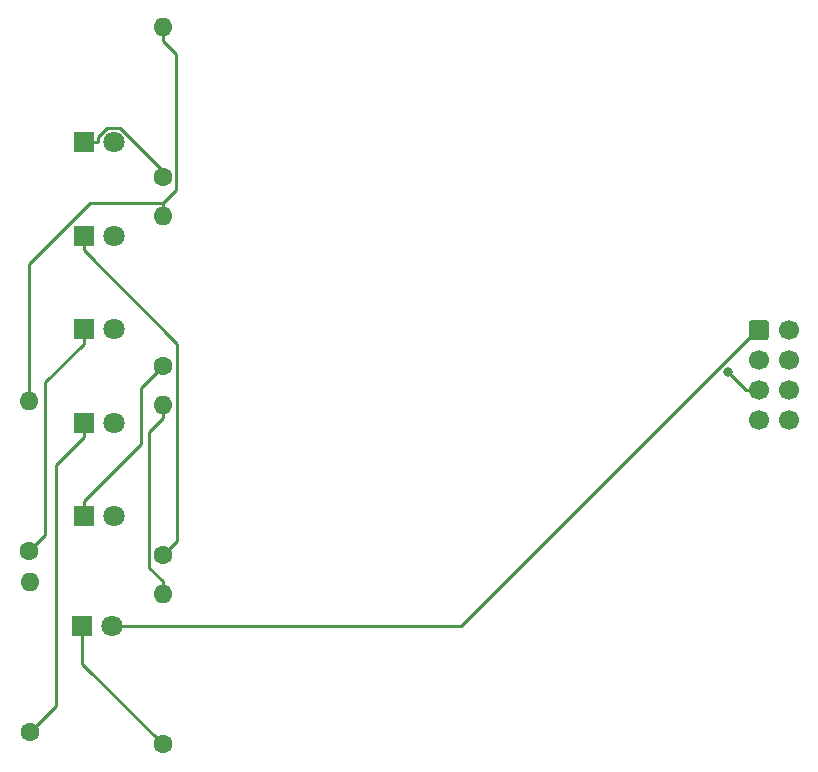
<source format=gbr>
%TF.GenerationSoftware,KiCad,Pcbnew,(5.1.12)-1*%
%TF.CreationDate,2022-04-29T07:41:31-07:00*%
%TF.ProjectId,LED_BOARD_V1,4c45445f-424f-4415-9244-5f56312e6b69,rev?*%
%TF.SameCoordinates,Original*%
%TF.FileFunction,Copper,L2,Bot*%
%TF.FilePolarity,Positive*%
%FSLAX46Y46*%
G04 Gerber Fmt 4.6, Leading zero omitted, Abs format (unit mm)*
G04 Created by KiCad (PCBNEW (5.1.12)-1) date 2022-04-29 07:41:31*
%MOMM*%
%LPD*%
G01*
G04 APERTURE LIST*
%TA.AperFunction,ComponentPad*%
%ADD10O,1.600000X1.600000*%
%TD*%
%TA.AperFunction,ComponentPad*%
%ADD11C,1.600000*%
%TD*%
%TA.AperFunction,ComponentPad*%
%ADD12C,1.700000*%
%TD*%
%TA.AperFunction,ComponentPad*%
%ADD13C,1.800000*%
%TD*%
%TA.AperFunction,ComponentPad*%
%ADD14R,1.800000X1.800000*%
%TD*%
%TA.AperFunction,ViaPad*%
%ADD15C,0.800000*%
%TD*%
%TA.AperFunction,Conductor*%
%ADD16C,0.250000*%
%TD*%
G04 APERTURE END LIST*
D10*
%TO.P,R6,2*%
%TO.N,GND*%
X160740000Y-94350000D03*
D11*
%TO.P,R6,1*%
%TO.N,Net-(D6-Pad1)*%
X160740000Y-107050000D03*
%TD*%
D10*
%TO.P,R5,2*%
%TO.N,GND*%
X149410000Y-94020000D03*
D11*
%TO.P,R5,1*%
%TO.N,Net-(D5-Pad1)*%
X149410000Y-106720000D03*
%TD*%
D10*
%TO.P,R4,2*%
%TO.N,GND*%
X160740000Y-78350000D03*
D11*
%TO.P,R4,1*%
%TO.N,Net-(D4-Pad1)*%
X160740000Y-91050000D03*
%TD*%
D10*
%TO.P,R3,2*%
%TO.N,GND*%
X149540000Y-109280000D03*
D11*
%TO.P,R3,1*%
%TO.N,Net-(D3-Pad1)*%
X149540000Y-121980000D03*
%TD*%
D10*
%TO.P,R2,2*%
%TO.N,GND*%
X160740000Y-62350000D03*
D11*
%TO.P,R2,1*%
%TO.N,Net-(D2-Pad1)*%
X160740000Y-75050000D03*
%TD*%
D10*
%TO.P,R1,2*%
%TO.N,GND*%
X160740000Y-110350000D03*
D11*
%TO.P,R1,1*%
%TO.N,Net-(D1-Pad1)*%
X160740000Y-123050000D03*
%TD*%
D12*
%TO.P,J1,8*%
%TO.N,N/C*%
X213740000Y-95620000D03*
%TO.P,J1,6*%
%TO.N,LED6*%
X213740000Y-93080000D03*
%TO.P,J1,4*%
%TO.N,LED4*%
X213740000Y-90540000D03*
%TO.P,J1,2*%
%TO.N,LED2*%
X213740000Y-88000000D03*
%TO.P,J1,7*%
%TO.N,GND*%
X211200000Y-95620000D03*
%TO.P,J1,5*%
%TO.N,LED5*%
X211200000Y-93080000D03*
%TO.P,J1,3*%
%TO.N,LED3*%
X211200000Y-90540000D03*
%TO.P,J1,1*%
%TO.N,LED1*%
%TA.AperFunction,ComponentPad*%
G36*
G01*
X210350000Y-88600000D02*
X210350000Y-87400000D01*
G75*
G02*
X210600000Y-87150000I250000J0D01*
G01*
X211800000Y-87150000D01*
G75*
G02*
X212050000Y-87400000I0J-250000D01*
G01*
X212050000Y-88600000D01*
G75*
G02*
X211800000Y-88850000I-250000J0D01*
G01*
X210600000Y-88850000D01*
G75*
G02*
X210350000Y-88600000I0J250000D01*
G01*
G37*
%TD.AperFunction*%
%TD*%
D13*
%TO.P,D6,2*%
%TO.N,LED6*%
X156580000Y-80015000D03*
D14*
%TO.P,D6,1*%
%TO.N,Net-(D6-Pad1)*%
X154040000Y-80015000D03*
%TD*%
D13*
%TO.P,D5,2*%
%TO.N,LED5*%
X156580000Y-87920000D03*
D14*
%TO.P,D5,1*%
%TO.N,Net-(D5-Pad1)*%
X154040000Y-87920000D03*
%TD*%
D13*
%TO.P,D4,2*%
%TO.N,LED4*%
X156580000Y-103730000D03*
D14*
%TO.P,D4,1*%
%TO.N,Net-(D4-Pad1)*%
X154040000Y-103730000D03*
%TD*%
D13*
%TO.P,D3,2*%
%TO.N,LED3*%
X156580000Y-95825000D03*
D14*
%TO.P,D3,1*%
%TO.N,Net-(D3-Pad1)*%
X154040000Y-95825000D03*
%TD*%
D13*
%TO.P,D2,2*%
%TO.N,LED2*%
X156580000Y-72110000D03*
D14*
%TO.P,D2,1*%
%TO.N,Net-(D2-Pad1)*%
X154040000Y-72110000D03*
%TD*%
D13*
%TO.P,D1,2*%
%TO.N,LED1*%
X156480000Y-113080000D03*
D14*
%TO.P,D1,1*%
%TO.N,Net-(D1-Pad1)*%
X153940000Y-113080000D03*
%TD*%
D15*
%TO.N,LED5*%
X208564800Y-91549600D03*
%TD*%
D16*
%TO.N,LED1*%
X211200000Y-88000000D02*
X211088700Y-88000000D01*
X211088700Y-88000000D02*
X186008700Y-113080000D01*
X186008700Y-113080000D02*
X156480000Y-113080000D01*
%TO.N,Net-(D1-Pad1)*%
X153940000Y-113080000D02*
X153940000Y-116250000D01*
X153940000Y-116250000D02*
X160740000Y-123050000D01*
%TO.N,Net-(D2-Pad1)*%
X154040000Y-72110000D02*
X155265300Y-72110000D01*
X155265300Y-72110000D02*
X155265300Y-71650500D01*
X155265300Y-71650500D02*
X156039700Y-70876100D01*
X156039700Y-70876100D02*
X157107100Y-70876100D01*
X157107100Y-70876100D02*
X160740000Y-74509000D01*
X160740000Y-74509000D02*
X160740000Y-75050000D01*
%TO.N,Net-(D3-Pad1)*%
X149540000Y-121980000D02*
X151688300Y-119831700D01*
X151688300Y-119831700D02*
X151688300Y-99402000D01*
X151688300Y-99402000D02*
X154040000Y-97050300D01*
X154040000Y-95825000D02*
X154040000Y-97050300D01*
%TO.N,Net-(D4-Pad1)*%
X154040000Y-103730000D02*
X154040000Y-102504700D01*
X154040000Y-102504700D02*
X158898800Y-97645900D01*
X158898800Y-97645900D02*
X158898800Y-92891200D01*
X158898800Y-92891200D02*
X160740000Y-91050000D01*
%TO.N,LED5*%
X211200000Y-93080000D02*
X210095200Y-93080000D01*
X210095200Y-93080000D02*
X208564800Y-91549600D01*
%TO.N,Net-(D5-Pad1)*%
X154040000Y-87920000D02*
X154040000Y-89145300D01*
X154040000Y-89145300D02*
X150787600Y-92397700D01*
X150787600Y-92397700D02*
X150787600Y-105342400D01*
X150787600Y-105342400D02*
X149410000Y-106720000D01*
%TO.N,Net-(D6-Pad1)*%
X154040000Y-80015000D02*
X154040000Y-81240300D01*
X154040000Y-81240300D02*
X161929000Y-89129300D01*
X161929000Y-89129300D02*
X161929000Y-105861000D01*
X161929000Y-105861000D02*
X160740000Y-107050000D01*
%TO.N,GND*%
X149410000Y-94020000D02*
X149410000Y-82384200D01*
X149410000Y-82384200D02*
X154569500Y-77224700D01*
X154569500Y-77224700D02*
X160740000Y-77224700D01*
X160740000Y-94912600D02*
X160740000Y-94350000D01*
X160740000Y-94912600D02*
X160740000Y-95475300D01*
X160740000Y-77809700D02*
X160740000Y-78350000D01*
X160740000Y-77809700D02*
X160740000Y-77224700D01*
X160740000Y-110350000D02*
X160740000Y-109224700D01*
X160740000Y-109224700D02*
X159614700Y-108099400D01*
X159614700Y-108099400D02*
X159614700Y-96600600D01*
X159614700Y-96600600D02*
X160740000Y-95475300D01*
X160740000Y-62350000D02*
X160740000Y-63475300D01*
X160740000Y-63475300D02*
X161865300Y-64600600D01*
X161865300Y-64600600D02*
X161865300Y-76099400D01*
X161865300Y-76099400D02*
X160740000Y-77224700D01*
%TD*%
M02*

</source>
